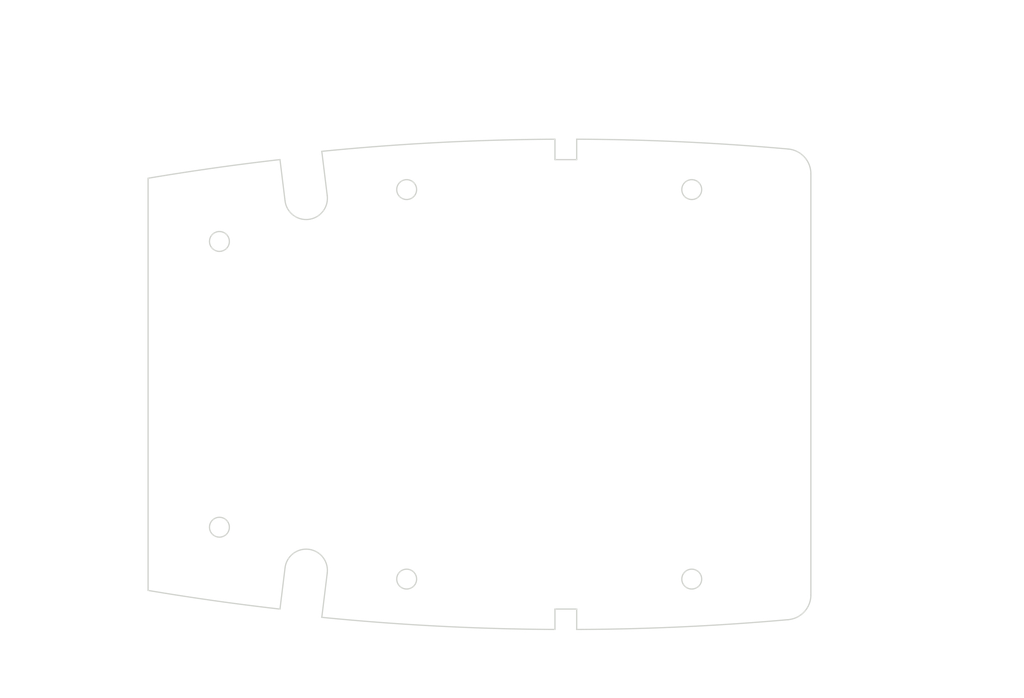
<source format=kicad_pcb>
(kicad_pcb (version 20221018) (generator pcbnew)

  (general
    (thickness 1.6)
  )

  (paper "A4")
  (layers
    (0 "F.Cu" signal)
    (31 "B.Cu" signal)
    (32 "B.Adhes" user "B.Adhesive")
    (33 "F.Adhes" user "F.Adhesive")
    (34 "B.Paste" user)
    (35 "F.Paste" user)
    (36 "B.SilkS" user "B.Silkscreen")
    (37 "F.SilkS" user "F.Silkscreen")
    (38 "B.Mask" user)
    (39 "F.Mask" user)
    (40 "Dwgs.User" user "User.Drawings")
    (41 "Cmts.User" user "User.Comments")
    (42 "Eco1.User" user "User.Eco1")
    (43 "Eco2.User" user "User.Eco2")
    (44 "Edge.Cuts" user)
    (45 "Margin" user)
    (46 "B.CrtYd" user "B.Courtyard")
    (47 "F.CrtYd" user "F.Courtyard")
    (48 "B.Fab" user)
    (49 "F.Fab" user)
  )

  (setup
    (pad_to_mask_clearance 0.051)
    (solder_mask_min_width 0.25)
    (pcbplotparams
      (layerselection 0x00010fc_ffffffff)
      (plot_on_all_layers_selection 0x0000000_00000000)
      (disableapertmacros false)
      (usegerberextensions false)
      (usegerberattributes false)
      (usegerberadvancedattributes false)
      (creategerberjobfile false)
      (dashed_line_dash_ratio 12.000000)
      (dashed_line_gap_ratio 3.000000)
      (svgprecision 4)
      (plotframeref false)
      (viasonmask false)
      (mode 1)
      (useauxorigin false)
      (hpglpennumber 1)
      (hpglpenspeed 20)
      (hpglpendiameter 15.000000)
      (dxfpolygonmode true)
      (dxfimperialunits true)
      (dxfusepcbnewfont true)
      (psnegative false)
      (psa4output false)
      (plotreference true)
      (plotvalue true)
      (plotinvisibletext false)
      (sketchpadsonfab false)
      (subtractmaskfromsilk false)
      (outputformat 1)
      (mirror false)
      (drillshape 1)
      (scaleselection 1)
      (outputdirectory "")
    )
  )

  (net 0 "")

  (gr_line (start 151.158997 64.0241) (end 151.158997 97.610034)
    (stroke (width 0.2) (type solid)) (layer "Dwgs.User") (tstamp 02c7d335-1eab-4447-9d38-2b2cc20e29d6))
  (gr_line (start 129.511888 132.887019) (end 129.261888 132.887019)
    (stroke (width 0.2) (type solid)) (layer "Dwgs.User") (tstamp 03f86722-7d82-47b6-b9e2-131c218acb46))
  (gr_line (start 114.329021 128.06405) (end 122.455751 128.06405)
    (stroke (width 0.2) (type solid)) (layer "Dwgs.User") (tstamp 087daf24-96ef-4fd8-822d-a881846bcdda))
  (gr_line (start 129.011888 132.887019) (end 127.411888 132.887019)
    (stroke (width 0.2) (type solid)) (layer "Dwgs.User") (tstamp 091f9974-fb07-4d9c-b894-df836ce488db))
  (gr_line (start 98.368888 124.530519) (end 76.620365 124.530519)
    (stroke (width 0.2) (type solid)) (layer "Dwgs.User") (tstamp 092287af-a387-4ba5-8680-38bc0b27141a))
  (gr_line (start 99.368888 125.530519) (end 99.368888 149.879522)
    (stroke (width 0.2) (type solid)) (layer "Dwgs.User") (tstamp 0ba4e9e3-5aaf-4bcc-b486-6dbedb83d256))
  (gr_line (start 87.882397 67.312899) (end 87.882397 47.407918)
    (stroke (width 0.2) (type solid)) (layer "Dwgs.User") (tstamp 0e770a19-4cf8-48f4-b223-95f3a9ff6607))
  (gr_line (start 224.177403 137.422651) (end 224.177403 96.453028)
    (stroke (width 0.2) (type solid)) (layer "Dwgs.User") (tstamp 0f241a15-3350-42aa-8b4f-73d73c88ec4e))
  (gr_line (start 130.511888 70.138779) (end 139.445555 70.138779)
    (stroke (width 0.2) (type solid)) (layer "Dwgs.User") (tstamp 10425e11-5b40-4a7c-a9bc-ab55dc708d6d))
  (gr_line (start 157.882397 137.712899) (end 163.144322 137.712899)
    (stroke (width 0.2) (type solid)) (layer "Dwgs.User") (tstamp 1093bab6-5257-4551-a44e-26919652fe32))
  (gr_line (start 153.382397 61.0241) (end 153.382397 55.056557)
    (stroke (width 0.2) (type solid)) (layer "Dwgs.User") (tstamp 11b7bcab-c634-4c5f-9d59-0c3988f04db1))
  (gr_line (start 129.511888 133.887019) (end 129.511888 151.535032)
    (stroke (width 0.2) (type solid)) (layer "Dwgs.User") (tstamp 12712c25-7f38-4899-892f-185453a5b4ed))
  (gr_line (start 175.403876 132.387019) (end 175.403876 130.787019)
    (stroke (width 0.2) (type solid)) (layer "Dwgs.User") (tstamp 12b74954-ffa3-4739-942f-d551e8545f36))
  (gr_line (start 174.903876 70.138779) (end 173.303876 70.138779)
    (stroke (width 0.2) (type solid)) (layer "Dwgs.User") (tstamp 16d17ec5-41be-4317-947c-be12d55edfc1))
  (gr_line (start 99.368888 124.530519) (end 99.368888 124.780519)
    (stroke (width 0.2) (type solid)) (layer "Dwgs.User") (tstamp 198a430b-c097-4b18-a174-b49d50eb33f1))
  (gr_line (start 129.511888 132.887019) (end 129.511888 133.137019)
    (stroke (width 0.2) (type solid)) (layer "Dwgs.User") (tstamp 1c1f9598-060c-429f-961f-19394a3deb73))
  (gr_line (start 127.511888 148.360032) (end 119.056896 148.360032)
    (stroke (width 0.2) (type solid)) (layer "Dwgs.User") (tstamp 1d7b7378-7896-48f0-b525-574f9a16b189))
  (gr_line (start 175.403876 70.138779) (end 175.153876 70.138779)
    (stroke (width 0.2) (type solid)) (layer "Dwgs.User") (tstamp 1e97b322-4745-40d2-b69b-58b100244bd6))
  (gr_line (start 68.782459 70.312899) (end 68.782459 85.571968)
    (stroke (width 0.2) (type solid)) (layer "Dwgs.User") (tstamp 2003abde-2a76-4095-be0b-633e67a29ee2))
  (gr_line (start 99.368888 78.495279) (end 99.368888 78.245279)
    (stroke (width 0.2) (type solid)) (layer "Dwgs.User") (tstamp 22404deb-1312-46a0-be97-8d78f06d3dfa))
  (gr_line (start 129.511888 70.138779) (end 129.511888 70.388779)
    (stroke (width 0.2) (type solid)) (layer "Dwgs.User") (tstamp 25acac98-096b-42a1-94fc-643f094ae4b7))
  (gr_line (start 74.068654 73.540296) (end 74.068654 95.483584)
    (stroke (width 0.2) (type solid)) (layer "Dwgs.User") (tstamp 2931bbf6-ca48-4222-8bd7-875d2f2a5e27))
  (gr_line (start 87.882397 146.704522) (end 84.863047 146.704522)
    (stroke (width 0.2) (type solid)) (layer "Dwgs.User") (tstamp 2a86b7ab-c5ed-4eef-9375-3b07d338148d))
  (gr_line (start 151.382397 58.231557) (end 149.382397 58.231557)
    (stroke (width 0.2) (type solid)) (layer "Dwgs.User") (tstamp 30e5ce7e-0f55-4224-8fb3-261bd643c9cf))
  (gr_line (start 86.882397 68.312899) (end 65.607459 68.312899)
    (stroke (width 0.2) (type solid)) (layer "Dwgs.User") (tstamp 34a05667-5485-459e-b553-90ecb75d4313))
  (gr_line (start 175.403876 133.887019) (end 175.403876 151.535032)
    (stroke (width 0.2) (type solid)) (layer "Dwgs.User") (tstamp 36c1c077-9c34-4413-9808-80ae91b5c13c))
  (gr_line (start 191.938023 63.603147) (end 227.352403 63.603147)
    (stroke (width 0.2) (type solid)) (layer "Dwgs.User") (tstamp 37d0002d-f787-4493-b6c2-fbc785647beb))
  (gr_line (start 89.882397 50.582918) (end 95.977605 50.582918)
    (stroke (width 0.2) (type solid)) (layer "Dwgs.User") (tstamp 3da9d217-d801-4c28-9320-d935da87bd75))
  (gr_line (start 176.403876 70.138779) (end 202.741718 70.138779)
    (stroke (width 0.2) (type solid)) (layer "Dwgs.User") (tstamp 3de758a2-9044-4ee1-8cde-683dd3479f1c))
  (gr_line (start 136.389797 55.599773) (end 136.616701 60.457046)
    (stroke (width 0.2) (type solid)) (layer "Dwgs.User") (tstamp 3ec2e293-facb-4df2-87e8-b6e9263dbe6b))
  (gr_line (start 175.903876 132.887019) (end 177.503876 132.887019)
    (stroke (width 0.2) (type solid)) (layer "Dwgs.User") (tstamp 41112e66-1aa2-4322-81f7-d68436d68c42))
  (gr_line (start 173.403876 148.360032) (end 157.080529 148.360032)
    (stroke (width 0.2) (type solid)) (layer "Dwgs.User") (tstamp 45f55b58-2226-4122-ac80-0efd32b20aab))
  (gr_line (start 114.329021 74.961748) (end 122.455751 74.961748)
    (stroke (width 0.2) (type solid)) (layer "Dwgs.User") (tstamp 4898636b-a07b-4ceb-ac35-98bcf7cc611d))
  (gr_line (start 99.368888 78.495279) (end 99.368888 78.745279)
    (stroke (width 0.2) (type solid)) (layer "Dwgs.User") (tstamp 49e6709a-0812-4b03-bb37-f24daca136a5))
  (gr_line (start 99.368888 78.495279) (end 99.118888 78.495279)
    (stroke (width 0.2) (type solid)) (layer "Dwgs.User") (tstamp 4e4bd093-db75-4e2d-98d7-479495c043a5))
  (gr_line (start 113.329021 70.540296) (end 113.329021 47.407918)
    (stroke (width 0.2) (type solid)) (layer "Dwgs.User") (tstamp 4e7d09de-2863-4501-9c78-2cfdf984f93f))
  (gr_line (start 157.882397 65.312899) (end 163.144322 65.312899)
    (stroke (width 0.2) (type solid)) (layer "Dwgs.User") (tstamp 544c3682-f400-4221-b6de-9c1c8a4a80a1))
  (gr_line (start 175.403876 132.887019) (end 175.153876 132.887019)
    (stroke (width 0.2) (type solid)) (layer "Dwgs.User") (tstamp 5591b9c6-b7c7-436a-9dac-7ed0b8c54f47))
  (gr_line (start 79.795365 122.530519) (end 79.795365 94.919505)
    (stroke (width 0.2) (type solid)) (layer "Dwgs.User") (tstamp 5659f844-c51d-4769-9995-bf5c276c7357))
  (gr_line (start 152.382397 141.001698) (end 147.983997 141.001698)
    (stroke (width 0.2) (type solid)) (layer "Dwgs.User") (tstamp 5c14d32a-f317-4dcc-a2de-23ea96177a28))
  (gr_line (start 134.312311 55.599773) (end 136.389797 55.599773)
    (stroke (width 0.2) (type solid)) (layer "Dwgs.User") (tstamp 608e7524-4462-4abf-be7e-fbe3cb015705))
  (gr_line (start 129.511888 70.138779) (end 129.261888 70.138779)
    (stroke (width 0.2) (type solid)) (layer "Dwgs.User") (tstamp 6244d11d-6c6e-486e-b37d-ebfd1970bf7e))
  (gr_line (start 175.903876 70.138779) (end 177.503876 70.138779)
    (stroke (width 0.2) (type solid)) (layer "Dwgs.User") (tstamp 6918672b-8043-4139-9708-a1f8874e50fe))
  (gr_line (start 97.368888 146.704522) (end 89.882397 146.704522)
    (stroke (width 0.2) (type solid)) (layer "Dwgs.User") (tstamp 694c9d31-46d9-408d-860f-e4c71982f803))
  (gr_line (start 99.368888 125.530519) (end 99.368888 151.535032)
    (stroke (width 0.2) (type solid)) (layer "Dwgs.User") (tstamp 6acd5734-259b-45d6-8060-76ca316131a6))
  (gr_line (start 224.177403 65.603147) (end 224.177403 88.647298)
    (stroke (width 0.2) (type solid)) (layer "Dwgs.User") (tstamp 6af0c30e-69b3-4ba5-9a19-465dbbd5e8ec))
  (gr_line (start 194.582397 66.587307) (end 194.582397 39.851769)
    (stroke (width 0.2) (type solid)) (layer "Dwgs.User") (tstamp 6b6705f5-bd99-449b-8561-09905e9d0c09))
  (gr_line (start 179.779713 55.306836) (end 176.422567 66.685915)
    (stroke (width 0.2) (type solid)) (layer "Dwgs.User") (tstamp 6c1f66ee-0825-4376-b8d0-b68da028d4d4))
  (gr_line (start 199.566718 72.138779) (end 199.566718 97.610034)
    (stroke (width 0.2) (type solid)) (layer "Dwgs.User") (tstamp 6d11c3a6-9bb0-411f-8540-755c40a006bf))
  (gr_line (start 99.368888 124.030519) (end 99.368888 122.430519)
    (stroke (width 0.2) (type solid)) (layer "Dwgs.User") (tstamp 6e4f88df-7ca1-4dcf-b87c-30946561de75))
  (gr_line (start 130.511888 132.887019) (end 139.445555 132.887019)
    (stroke (width 0.2) (type solid)) (layer "Dwgs.User") (tstamp 71e97fe8-4f60-496a-9a4d-e87a6bc6f097))
  (gr_line (start 116.846839 72.115872) (end 118.060552 82.000771)
    (stroke (width 0.2) (type solid)) (layer "Dwgs.User") (tstamp 72fbbbc9-60ae-4f1e-b212-9a80cb7cb1e8))
  (gr_line (start 86.882397 134.712899) (end 65.607459 134.712899)
    (stroke (width 0.2) (type solid)) (layer "Dwgs.User") (tstamp 767725d7-3ec7-4d71-8298-cd07c25d8be7))
  (gr_line (start 176.129077 55.306836) (end 179.779713 55.306836)
    (stroke (width 0.2) (type solid)) (layer "Dwgs.User") (tstamp 771f10fc-285d-4d94-a2f8-edebe48e6073))
  (gr_line (start 79.795365 80.495279) (end 79.795365 87.113775)
    (stroke (width 0.2) (type solid)) (layer "Dwgs.User") (tstamp 77812890-14b2-4e41-b9ff-59039fe7bdd8))
  (gr_line (start 99.868888 78.495279) (end 101.468888 78.495279)
    (stroke (width 0.2) (type solid)) (layer "Dwgs.User") (tstamp 77ba2f08-28c5-4c58-9d09-4f8863187a91))
  (gr_line (start 99.368888 77.995279) (end 99.368888 76.395279)
    (stroke (width 0.2) (type solid)) (layer "Dwgs.User") (tstamp 7abc1fe0-0b7e-44cd-9d99-39102f4d1406))
  (gr_line (start 87.882397 67.312899) (end 87.882397 55.837031)
    (stroke (width 0.2) (type solid)) (layer "Dwgs.User") (tstamp 7b0763ca-bf9b-4522-a099-367c474d94df))
  (gr_line (start 201.401411 145.203167) (end 199.401411 145.203167)
    (stroke (width 0.2) (type solid)) (layer "Dwgs.User") (tstamp 7b438732-2f13-4197-b3db-0e8cae602af1))
  (gr_line (start 175.403876 69.638779) (end 175.403876 68.038779)
    (stroke (width 0.2) (type solid)) (layer "Dwgs.User") (tstamp 7b4a5853-55c9-4ead-b67d-7de330618345))
  (gr_line (start 87.882397 67.312899) (end 87.882397 39.851769)
    (stroke (width 0.2) (type solid)) (layer "Dwgs.User") (tstamp 81242203-f434-432b-ad48-794257f19d48))
  (gr_line (start 112.329021 71.540296) (end 70.893654 71.540296)
    (stroke (width 0.2) (type solid)) (layer "Dwgs.User") (tstamp 81bee463-3474-44fe-b117-f202cb36b3a2))
  (gr_line (start 159.969322 135.712899) (end 159.969322 105.415764)
    (stroke (width 0.2) (type solid)) (layer "Dwgs.User") (tstamp 829cabda-13e8-4a06-9b96-9c2034679959))
  (gr_line (start 87.882397 59.012031) (end 84.863047 59.012031)
    (stroke (width 0.2) (type solid)) (layer "Dwgs.User") (tstamp 8367703c-37ea-463a-a391-8c7f8f278b34))
  (gr_line (start 151.158997 139.001698) (end 151.158997 105.415764)
    (stroke (width 0.2) (type solid)) (layer "Dwgs.User") (tstamp 85d3d6a0-58b8-4dd2-97db-74154d705085))
  (gr_line (start 175.403876 132.887019) (end 175.653876 132.887019)
    (stroke (width 0.2) (type solid)) (layer "Dwgs.User") (tstamp 866279cc-4f50-4a14-980e-875895df3d7f))
  (gr_line (start 176.403876 132.887019) (end 202.741718 132.887019)
    (stroke (width 0.2) (type solid)) (layer "Dwgs.User") (tstamp 8a38d4a7-9bbd-4078-8c89-086120647495))
  (gr_line (start 74.068654 129.485502) (end 74.068654 103.289314)
    (stroke (width 0.2) (type solid)) (layer "Dwgs.User") (tstamp 8dde07fd-132f-4124-9997-023a826a6934))
  (gr_line (start 175.403876 132.887019) (end 175.403876 133.137019)
    (stroke (width 0.2) (type solid)) (layer "Dwgs.User") (tstamp 8e5d3a9f-d787-49d8-bd6d-5ae5f7f7d4db))
  (gr_line (start 174.903876 132.887019) (end 173.303876 132.887019)
    (stroke (width 0.2) (type solid)) (layer "Dwgs.User") (tstamp 8f558d0e-c186-4bd9-a7c8-45e43a697b0a))
  (gr_line (start 129.511888 70.638779) (end 129.511888 72.238779)
    (stroke (width 0.2) (type solid)) (layer "Dwgs.User") (tstamp 8f8da938-9eb0-4c44-8ebc-0c887edf0341))
  (gr_line (start 111.329021 50.582918) (end 105.233813 50.582918)
    (stroke (width 0.2) (type solid)) (layer "Dwgs.User") (tstamp 90aa844b-233c-4354-bb0d-4a88f4e1f7cb))
  (gr_line (start 129.511888 133.387019) (end 129.511888 134.987019)
    (stroke (width 0.2) (type solid)) (layer "Dwgs.User") (tstamp 93d6760d-b4df-4dd4-8af5-8884227a3a59))
  (gr_line (start 87.882397 135.712899) (end 87.882397 149.879522)
    (stroke (width 0.2) (type solid)) (layer "Dwgs.User") (tstamp 93eddc3e-6059-4e92-b418-8c5c6df6b99c))
  (gr_line (start 158.882397 58.231557) (end 160.882397 58.231557)
    (stroke (width 0.2) (type solid)) (layer "Dwgs.User") (tstamp 9627b181-99a2-4894-80e6-390183c5e69b))
  (gr_line (start 136.270555 130.887019) (end 136.270555 105.415764)
    (stroke (width 0.2) (type solid)) (layer "Dwgs.User") (tstamp 963df164-f040-4464-913d-172e64c1f828))
  (gr_line (start 99.868888 124.530519) (end 101.468888 124.530519)
    (stroke (width 0.2) (type solid)) (layer "Dwgs.User") (tstamp 973b35c2-6684-4d7d-b5ca-682dcb59c0ff))
  (gr_line (start 175.403876 133.387019) (end 175.403876 134.987019)
    (stroke (width 0.2) (type solid)) (layer "Dwgs.User") (tstamp 9a0cf96b-6b1c-4846-ba2d-f7a480399ed1))
  (gr_line (start 130.011888 70.138779) (end 131.611888 70.138779)
    (stroke (width 0.2) (type solid)) (layer "Dwgs.User") (tstamp 9a399d89-f5bf-4eac-9a33-a60aea41025c))
  (gr_line (start 129.011888 70.138779) (end 127.411888 70.138779)
    (stroke (width 0.2) (type solid)) (layer "Dwgs.User") (tstamp 9b5382cf-8e5c-4abb-bcb3-83a7c4990544))
  (gr_line (start 110.881719 79.683377) (end 108.896626 79.927116)
    (stroke (width 0.2) (type solid)) (layer "Dwgs.User") (tstamp 9ea49520-b306-4d1f-b4ea-8f5c2ac5a723))
  (gr_line (start 131.511888 148.360032) (end 147.835235 148.360032)
    (stroke (width 0.2) (type solid)) (layer "Dwgs.User") (tstamp a02e4e28-954c-4703-b7ef-05ff0e29f82e))
  (gr_line (start 159.969322 67.312899) (end 159.969322 97.610034)
    (stroke (width 0.2) (type solid)) (layer "Dwgs.User") (tstamp a696d87a-7710-4d44-ba6a-f89959292626))
  (gr_line (start 119.280751 76.961748) (end 119.280751 97.609352)
    (stroke (width 0.2) (type solid)) (layer "Dwgs.User") (tstamp a7f760e0-c25c-4248-8cdc-370590ebd0d6))
  (gr_line (start 152.382397 62.0241) (end 147.983997 62.0241)
    (stroke (width 0.2) (type solid)) (layer "Dwgs.User") (tstamp a94c9ee5-1dac-413c-8905-c13d806085e6))
  (gr_line (start 129.511888 132.887019) (end 129.761888 132.887019)
    (stroke (width 0.2) (type solid)) (layer "Dwgs.User") (tstamp ace52b8f-cf34-4d75-a941-1189dfbfa8fc))
  (gr_line (start 98.868888 124.530519) (end 97.268888 124.530519)
    (stroke (width 0.2) (type solid)) (layer "Dwgs.User") (tstamp ad0f333a-4ef8-45a4-b4ce-fb3b9af39fde))
  (gr_line (start 175.403876 70.138779) (end 175.403876 69.888779)
    (stroke (width 0.2) (type solid)) (layer "Dwgs.User") (tstamp af55b676-27c1-41d8-a9da-ca4726200e6c))
  (gr_line (start 175.403876 70.138779) (end 175.653876 70.138779)
    (stroke (width 0.2) (type solid)) (layer "Dwgs.User") (tstamp b1e7593c-401b-4c7e-84bb-9c03dd9f979a))
  (gr_line (start 192.582397 43.026769) (end 146.626531 43.026769)
    (stroke (width 0.2) (type solid)) (layer "Dwgs.User") (tstamp b2c27443-a708-40f6-bd58-72f80b49c38f))
  (gr_line (start 98.868888 78.495279) (end 97.268888 78.495279)
    (stroke (width 0.2) (type solid)) (layer "Dwgs.User") (tstamp b6a59e49-3925-4f8e-b692-51fe14b16060))
  (gr_line (start 99.368888 125.030519) (end 99.368888 126.630519)
    (stroke (width 0.2) (type solid)) (layer "Dwgs.User") (tstamp b9ad0a2b-ceb0-4d9b-ad58-34f1ebc1ab59))
  (gr_line (start 175.403876 132.887019) (end 175.403876 132.637019)
    (stroke (width 0.2) (type solid)) (layer "Dwgs.User") (tstamp bc1f9f4d-4ece-4c25-b988-741bdf00f2b4))
  (gr_line (start 115.688525 79.093176) (end 112.866811 79.439639)
    (stroke (width 0.2) (type solid)) (layer "Dwgs.User") (tstamp c319bdec-3694-42f6-be75-ccf03c90149f))
  (gr_line (start 175.313876 70.138779) (end 175.493876 70.138779)
    (stroke (width 0.2) (type solid)) (layer "Dwgs.User") (tstamp c4499e61-c183-4964-820e-ccfa8579577a))
  (gr_line (start 156.882397 61.021974) (end 156.882397 55.056557)
    (stroke (width 0.2) (type solid)) (layer "Dwgs.User") (tstamp c70b0102-603f-4e31-87d2-e072dfcaf82d))
  (gr_line (start 97.368888 59.012031) (end 89.882397 59.012031)
    (stroke (width 0.2) (type solid)) (layer "Dwgs.User") (tstamp c83fd799-1ccd-4240-a256-e4e0f3361883))
  (gr_line (start 99.368888 78.495279) (end 99.618888 78.495279)
    (stroke (width 0.2) (type solid)) (layer "Dwgs.User") (tstamp cbd87bcf-4dd2-4c77-8663-dc5e943563ae))
  (gr_line (start 119.280751 126.06405) (end 119.280751 105.416446)
    (stroke (width 0.2) (type solid)) (layer "Dwgs.User") (tstamp cc445eaf-72a9-4145-b089-1564558c14e8))
  (gr_line (start 129.511888 132.887019) (end 129.511888 132.637019)
    (stroke (width 0.2) (type solid)) (layer "Dwgs.User") (tstamp cf65c620-9cbb-463d-863d-c244c2da9e33))
  (gr_line (start 89.882397 43.026769) (end 135.838263 43.026769)
    (stroke (width 0.2) (type solid)) (layer "Dwgs.User") (tstamp d04ffa44-c0c6-4946-9bfc-358bc13d981a))
  (gr_line (start 175.403876 70.638779) (end 175.403876 72.238779)
    (stroke (width 0.2) (type solid)) (layer "Dwgs.User") (tstamp d2fe634f-854a-4e87-a092-5e1b2565508b))
  (gr_line (start 191.938023 139.422651) (end 227.352403 139.422651)
    (stroke (width 0.2) (type solid)) (layer "Dwgs.User") (tstamp d395d66c-520a-4e28-a5e0-18857489f3ab))
  (gr_line (start 99.368888 78.995279) (end 99.368888 80.595279)
    (stroke (width 0.2) (type solid)) (layer "Dwgs.User") (tstamp d464c9a7-e3f7-49f5-95d5-200db9683b4d))
  (gr_line (start 175.403876 70.138779) (end 175.403876 70.388779)
    (stroke (width 0.2) (type solid)) (layer "Dwgs.User") (tstamp d5f8005f-7bad-42d3-be14-dc18bd68d7d1))
  (gr_line (start 175.403876 70.228779) (end 175.403876 70.048779)
    (stroke (width 0.2) (type solid)) (layer "Dwgs.User") (tstamp d61fb704-83a2-4f5d-b6a8-66a25dce9a3e))
  (gr_line (start 130.011888 132.887019) (end 131.611888 132.887019)
    (stroke (width 0.2) (type solid)) (layer "Dwgs.User") (tstamp d95ca9d0-009f-41d3-8b68-8f51a413345f))
  (gr_line (start 112.329021 131.485502) (end 70.893654 131.485502)
    (stroke (width 0.2) (type solid)) (layer "Dwgs.User") (tstamp da3da255-db9f-4628-a8e1-dd8dab3ac76b))
  (gr_line (start 98.368888 78.495279) (end 76.620365 78.495279)
    (stroke (width 0.2) (type solid)) (layer "Dwgs.User") (tstamp dc3f9c19-5848-43ea-b774-57bb533e2e12))
  (gr_line (start 199.401411 145.203167) (end 194.603941 139.891264)
    (stroke (width 0.2) (type solid)) (layer "Dwgs.User") (tstamp dfb32ef1-eec6-41a3-8586-f50c3d95cb9c))
  (gr_line (start 99.368888 124.530519) (end 99.368888 124.280519)
    (stroke (width 0.2) (type solid)) (layer "Dwgs.User") (tstamp e11bfbcc-617f-487b-ad0c-be527fcb3df7))
  (gr_line (start 99.368888 124.530519) (end 99.118888 124.530519)
    (stroke (width 0.2) (type solid)) (layer "Dwgs.User") (tstamp e53a7a3b-996c-4ca6-9c9a-7a3e8b3cdc33))
  (gr_line (start 199.566718 130.887019) (end 199.566718 105.415764)
    (stroke (width 0.2) (type solid)) (layer "Dwgs.User") (tstamp e5a9f410-509c-4f0a-a2df-c827e88f8930))
  (gr_line (start 129.511888 132.387019) (end 129.511888 130.787019)
    (stroke (width 0.2) (type solid)) (layer "Dwgs.User") (tstamp e67117c4-5884-4064-af77-7c36a678771e))
  (gr_line (start 129.511888 70.138779) (end 129.761888 70.138779)
    (stroke (width 0.2) (type solid)) (layer "Dwgs.User") (tstamp e828e749-0aad-4059-8ef3-7b3b1f809186))
  (gr_line (start 99.368888 77.495279) (end 99.368888 55.837031)
    (stroke (width 0.2) (type solid)) (layer "Dwgs.User") (tstamp ee1b7034-ee61-412f-b7f7-c861527aa872))
  (gr_line (start 129.511888 133.887019) (end 129.511888 151.535032)
    (stroke (width 0.2) (type solid)) (layer "Dwgs.User") (tstamp f1be88ad-03d2-48f6-912a-b8ee75b4cb14))
  (gr_line (start 68.782459 132.712899) (end 68.782459 93.377698)
    (stroke (width 0.2) (type solid)) (layer "Dwgs.User") (tstamp f30c9a2c-ec34-4541-aefd-1815fd9ba230))
  (gr_line (start 129.511888 70.138779) (end 129.511888 69.888779)
    (stroke (width 0.2) (type solid)) (layer "Dwgs.User") (tstamp f33d9f32-fd81-4b78-ae44-7293ceeddaba))
  (gr_line (start 110.054941 72.949812) (end 111.268654 82.834712)
    (stroke (width 0.2) (type solid)) (layer "Dwgs.User") (tstamp f6e410a2-223f-4a95-99e2-98efc9641068))
  (gr_line (start 101.368888 148.360032) (end 109.823881 148.360032)
    (stroke (width 0.2) (type solid)) (layer "Dwgs.User") (tstamp f911c6fb-ef06-4820-99fb-cde15869a0e6))
  (gr_line (start 99.368888 124.530519) (end 99.618888 124.530519)
    (stroke (width 0.2) (type solid)) (layer "Dwgs.User") (tstamp fab5154a-e703-4fbd-a68a-772e4f19e2dd))
  (gr_line (start 136.270555 72.138779) (end 136.270555 97.610034)
    (stroke (width 0.2) (type solid)) (layer "Dwgs.User") (tstamp ff4d36e6-dbbf-4417-bef2-60845b684bf6))
  (gr_line (start 129.511888 69.638779) (end 129.511888 68.038779)
    (stroke (width 0.2) (type solid)) (layer "Dwgs.User") (tstamp ffb5341c-04b2-422c-8e7d-b1d380dab2da))
  (gr_arc (start 109.116547 137.718591) (mid 98.479325 136.358078) (end 87.882397 134.712899)
    (stroke (width 0.2) (type solid)) (layer "Edge.Cuts") (tstamp 0ae4e02f-2529-43e5-9558-6a6a0109ccc9))
  (gr_line (start 156.882397 137.712899) (end 153.382397 137.712899)
    (stroke (width 0.2) (type solid)) (layer "Edge.Cuts") (tstamp 19755392-ddf5-42f6-aa9d-8974c4c96140))
  (gr_line (start 153.382397 65.312899) (end 153.382397 62.0241)
    (stroke (width 0.2) (type solid)) (layer "Edge.Cuts") (tstamp 1f547273-4e05-414b-832b-b60e484bfa37))
  (gr_arc (start 194.582397 135.438491) (mid 193.53388 138.138259) (end 190.938023 139.422651)
    (stroke (width 0.2) (type solid)) (layer "Edge.Cuts") (tstamp 20e08fe6-c748-44c7-bedf-a9c9c24814ea))
  (gr_line (start 87.882397 68.312899) (end 87.882397 134.712899)
    (stroke (width 0.2) (type solid)) (layer "Edge.Cuts") (tstamp 25e45228-cb4f-446e-998a-7f1badfdf54e))
  (gr_circle (center 129.511888 70.138779) (end 131.111888 70.138779)
    (stroke (width 0.2) (type solid)) (fill none) (layer "Edge.Cuts") (tstamp 35035c5f-7327-43a7-bddb-7225c770022f))
  (gr_arc (start 115.847511 63.976993) (mid 134.592004 62.559436) (end 153.382397 62.0241)
    (stroke (width 0.2) (type solid)) (layer "Edge.Cuts") (tstamp 359299fb-3516-408c-8b9f-f959e5fb2bbc))
  (gr_arc (start 190.938023 139.422651) (mid 173.927063 140.576226) (end 156.882397 141.003824)
    (stroke (width 0.2) (type solid)) (layer "Edge.Cuts") (tstamp 3a7d40ee-6d14-44c9-abe6-6ca2eba9980e))
  (gr_circle (center 129.511888 132.887019) (end 131.111888 132.887019)
    (stroke (width 0.2) (type solid)) (fill none) (layer "Edge.Cuts") (tstamp 3ac34a0d-701c-46b8-8237-cbde66165764))
  (gr_line (start 194.582397 135.438491) (end 194.582397 67.587307)
    (stroke (width 0.2) (type solid)) (layer "Edge.Cuts") (tstamp 3f1a1164-f108-472d-a221-df05705335cb))
  (gr_arc (start 116.724971 71.123326) (mid 113.745991 74.936246) (end 109.933071 71.957266)
    (stroke (width 0.2) (type solid)) (layer "Edge.Cuts") (tstamp 4e6f83f4-2775-4516-b622-dd22e652913d))
  (gr_arc (start 156.882397 62.021974) (mid 173.927063 62.449572) (end 190.938023 63.603147)
    (stroke (width 0.2) (type solid)) (layer "Edge.Cuts") (tstamp 5339fb3a-889f-4dbf-9239-a7e80f826fea))
  (gr_circle (center 175.403876 70.138779) (end 177.003876 70.138779)
    (stroke (width 0.2) (type solid)) (fill none) (layer "Edge.Cuts") (tstamp 5d79999a-af15-4608-b423-63e61c87f83e))
  (gr_line (start 156.882397 141.003824) (end 156.882397 137.712899)
    (stroke (width 0.2) (type solid)) (layer "Edge.Cuts") (tstamp 645efd70-9bff-4277-bbf8-a98616ff28b6))
  (gr_line (start 153.382397 137.712899) (end 153.382397 141.001698)
    (stroke (width 0.2) (type solid)) (layer "Edge.Cuts") (tstamp 6db2696a-82e1-4654-9c0e-9b710312dd66))
  (gr_arc (start 190.938023 63.603147) (mid 193.53388 64.887539) (end 194.582397 67.587307)
    (stroke (width 0.2) (type solid)) (layer "Edge.Cuts") (tstamp 8427d405-c7b5-452c-b348-396ccfb1f160))
  (gr_circle (center 99.368888 124.530519) (end 100.968888 124.530519)
    (stroke (width 0.2) (type solid)) (fill none) (layer "Edge.Cuts") (tstamp 8bec76cb-ccfa-4da8-b798-3e42c8f95a17))
  (gr_line (start 156.882397 65.312899) (end 153.382397 65.312899)
    (stroke (width 0.2) (type solid)) (layer "Edge.Cuts") (tstamp 8e5364ca-9c26-4256-91d6-045344f1b5db))
  (gr_line (start 115.847511 139.048805) (end 116.72497 131.902472)
    (stroke (width 0.2) (type solid)) (layer "Edge.Cuts") (tstamp 947c0915-6d38-4c22-8cf3-c3510169e761))
  (gr_line (start 109.933071 131.068532) (end 109.116547 137.718591)
    (stroke (width 0.2) (type solid)) (layer "Edge.Cuts") (tstamp 98011db1-c5b1-4fd9-82d0-4ab38be6e4f6))
  (gr_line (start 156.882397 62.021974) (end 156.882397 65.312899)
    (stroke (width 0.2) (type solid)) (layer "Edge.Cuts") (tstamp a8ebe97d-e8c8-4463-bd24-7714fbf149a8))
  (gr_circle (center 99.368888 78.495279) (end 100.968888 78.495279)
    (stroke (width 0.2) (type solid)) (fill none) (layer "Edge.Cuts") (tstamp b17d1f98-8a38-4e92-9de5-0518fa46b059))
  (gr_arc (start 153.382397 141.001698) (mid 134.592004 140.466362) (end 115.847511 139.048805)
    (stroke (width 0.2) (type solid)) (layer "Edge.Cuts") (tstamp b493b4d7-8b1c-4256-89f5-e6a70efdf498))
  (gr_line (start 109.933071 71.957266) (end 109.116547 65.307207)
    (stroke (width 0.2) (type solid)) (layer "Edge.Cuts") (tstamp b5df85e7-5af9-4776-bc43-503204252081))
  (gr_arc (start 109.933072 131.068532) (mid 113.745991 128.089553) (end 116.72497 131.902472)
    (stroke (width 0.2) (type solid)) (layer "Edge.Cuts") (tstamp b69f8393-f0bc-4a7d-bb4b-acd04641c279))
  (gr_line (start 115.847511 63.976993) (end 116.72497 71.123325)
    (stroke (width 0.2) (type solid)) (layer "Edge.Cuts") (tstamp b6c873a2-d75a-4397-a9c3-41212c9a4f19))
  (gr_arc (start 87.882397 68.312899) (mid 98.479325 66.66772) (end 109.116547 65.307207)
    (stroke (width 0.2) (type solid)) (layer "Edge.Cuts") (tstamp d89b219f-f55f-4e75-9606-0a6e4cfa97ce))
  (gr_circle (center 175.403876 132.887019) (end 177.003876 132.887019)
    (stroke (width 0.2) (type solid)) (fill none) (layer "Edge.Cuts") (tstamp dcae702a-f09e-46e8-8492-5183bf286c91))
  (gr_text " 6.84" (at 105.057063 78.10597) (layer "Dwgs.User") (tstamp 01d05abc-3908-4340-b0ef-2e66f750de4d)
    (effects (font (size 2 1.8) (thickness 0.25)))
  )
  (gr_text "[3.11]" (at 151.158997 103.594618) (layer "Dwgs.User") (tstamp 0c29afc1-c889-4beb-8556-d55f331908a7)
    (effects (font (size 2 1.8) (thickness 0.25)))
  )
  (gr_text " R400.00" (at 127.909309 53.778627) (layer "Dwgs.User") (tstamp 162f2318-f781-4d48-a62d-5215b86664c3)
    (effects (font (size 2 1.8) (thickness 0.25)))
  )
  (gr_text " 45.89" (at 152.457882 146.538886) (layer "Dwgs.User") (tstamp 17f079a4-27f4-49cb-89d0-3638e9d52f86)
    (effects (font (size 2 1.8) (thickness 0.25)))
  )
  (gr_text " 59.95" (at 74.068654 97.565303) (layer "Dwgs.User") (tstamp 1e5f51d1-2f96-4daa-83c4-144a01c0087d)
    (effects (font (size 2 1.8) (thickness 0.25)))
  )
  (gr_text "[.45]" (at 80.2404 148.782148) (layer "Dwgs.User") (tstamp 2140e946-491e-457c-902b-ac70fcc4fd97)
    (effects (font (size 2 1.8) (thickness 0.25)))
  )
  (gr_text "[.45]" (at 80.2404 61.089657) (layer "Dwgs.User") (tstamp 31617909-7540-40c2-8797-95b3b7b6a55b)
    (effects (font (size 2 1.8) (thickness 0.25)))
  )
  (gr_text "[4.20]" (at 141.232397 45.108488) (layer "Dwgs.User") (tstamp 4050ebb9-1677-4fa3-8d51-bab5717ad9cf)
    (effects (font (size 2 1.8) (thickness 0.25)))
  )
  (gr_text "[2.61]" (at 68.782459 91.556552) (layer "Dwgs.User") (tstamp 4064b745-020c-4efa-8052-73e0c3a2feea)
    (effects (font (size 2 1.8) (thickness 0.25)))
  )
  (gr_text " 66.40" (at 68.782459 87.653687) (layer "Dwgs.User") (tstamp 425a5929-6798-483d-83a1-d9fb89abfb22)
    (effects (font (size 2 1.8) (thickness 0.25)))
  )
  (gr_text "[1.19]" (at 114.440388 150.441751) (layer "Dwgs.User") (tstamp 43826d81-0ef6-4e4b-9c9e-ebd93d7b452b)
    (effects (font (size 2 1.8) (thickness 0.25)))
  )
  (gr_text "[2.09]" (at 119.280751 103.594618) (layer "Dwgs.User") (tstamp 43a78729-165d-40a8-9900-6cb3b9290d33)
    (effects (font (size 2 1.8) (thickness 0.25)))
  )
  (gr_text " 72.40" (at 159.969322 99.691753) (layer "Dwgs.User") (tstamp 4f1e9750-6ec8-4233-baa3-2218aed4d2ea)
    (effects (font (size 2 1.8) (thickness 0.25)))
  )
  (gr_text "[2.36]" (at 74.068654 101.468168) (layer "Dwgs.User") (tstamp 4f2bb412-5e74-4606-927c-df24560c8653)
    (effects (font (size 2 1.8) (thickness 0.25)))
  )
  (gr_text " 75.82" (at 224.177403 90.729017) (layer "Dwgs.User") (tstamp 4fba8c60-a942-428c-868e-ca5b47bba330)
    (effects (font (size 2 1.8) (thickness 0.25)))
  )
  (gr_text " 78.98" (at 151.158997 99.691753) (layer "Dwgs.User") (tstamp 5188c9f5-d0fb-4966-a1b1-a7972068d2cd)
    (effects (font (size 2 1.8) (thickness 0.25)))
  )
  (gr_text " 46.04" (at 79.795365 89.195494) (layer "Dwgs.User") (tstamp 5ad99352-1506-4f8b-beb7-866d0b16c7ba)
    (effects (font (size 2 1.8) (thickness 0.25)))
  )
  (gr_text " 3.50" (at 164.722643 56.409729) (layer "Dwgs.User") (tstamp 5bdc6bfc-256b-47d0-b52f-6595d5e67a54)
    (effects (font (size 2 1.8) (thickness 0.25)))
  )
  (gr_text " R4.00" (at 206.519965 143.382021) (layer "Dwgs.User") (tstamp 68cbeda3-2a97-42f3-ad1c-4dab0a91b3de)
    (effects (font (size 2 1.8) (thickness 0.25)))
  )
  (gr_text " 25.45" (at 100.605709 48.761772) (layer "Dwgs.User") (tstamp 6c73f04f-62a4-4440-a6c8-727f3c085ce8)
    (effects (font (size 2 1.8) (thickness 0.25)))
  )
  (gr_text " 62.75" (at 199.566718 99.691753) (layer "Dwgs.User") (tstamp 6cb8e261-2624-443a-84c3-fafa3746e38b)
    (effects (font (size 2 1.8) (thickness 0.25)))
  )
  (gr_text "[2.47]" (at 136.270555 103.594618) (layer "Dwgs.User") (tstamp 85b73bb8-251a-4571-a3b2-9901b3e9a711)
    (effects (font (size 2 1.8) (thickness 0.25)))
  )
  (gr_text "[R15.75]" (at 127.909309 57.681492) (layer "Dwgs.User") (tstamp 8a5d3732-8c08-4617-8ad9-08debf5972fb)
    (effects (font (size 2 1.8) (thickness 0.25)))
  )
  (gr_text " 106.70" (at 141.232397 41.205623) (layer "Dwgs.User") (tstamp 91d9ef58-6a12-4b4e-832c-c1baa5228723)
    (effects (font (size 2 1.8) (thickness 0.25)))
  )
  (gr_text " 53.10" (at 119.280751 99.691071) (layer "Dwgs.User") (tstamp 9708b2f2-cd23-4b6e-8ec1-a59676057a11)
    (effects (font (size 2 1.8) (thickness 0.25)))
  )
  (gr_text " 62.75" (at 136.270555 99.691753) (layer "Dwgs.User") (tstamp 9f7be882-c787-4205-b9bf-e0ad6a4fcfeb)
    (effects (font (size 2 1.8) (thickness 0.25)))
  )
  (gr_text "[.14]" (at 164.722643 60.313276) (layer "Dwgs.User") (tstamp 9feff228-01eb-4236-8a39-65ee9132c5fd)
    (effects (font (size 2 1.8) (thickness 0.25)))
  )
  (gr_text "[.27]" (at 105.057063 82.008835) (layer "Dwgs.User") (tstamp a244a72a-7ba9-4550-8869-5a3b7287a910)
    (effects (font (size 2 1.8) (thickness 0.25)))
  )
  (gr_text "[2.85]" (at 159.969322 103.594618) (layer "Dwgs.User") (tstamp a4d0c623-1db9-45f9-ac8e-b8fdfc067a18)
    (effects (font (size 2 1.8) (thickness 0.25)))
  )
  (gr_text "[R0.16]" (at 206.519965 147.284886) (layer "Dwgs.User") (tstamp a8383128-6bcf-4409-8744-a58b533af0e5)
    (effects (font (size 2 1.8) (thickness 0.25)))
  )
  (gr_text "[2.47]" (at 199.566718 103.594618) (layer "Dwgs.User") (tstamp aad72a1a-4d35-4e7b-8388-3e10acc5d2d3)
    (effects (font (size 2 1.8) (thickness 0.25)))
  )
  (gr_text "6 X ∅3.20\n[∅0.13]" (at 176.276 51.308) (layer "Dwgs.User") (tstamp b094c2b2-0dca-4ad1-bcb8-3654c3e2dbb5)
    (effects (font (size 2 1.8) (thickness 0.25)))
  )
  (gr_text "[2.99]" (at 224.177403 94.631882) (layer "Dwgs.User") (tstamp b37fcce3-1cfc-47df-8ad7-5053ba89aa87)
    (effects (font (size 2 1.8) (thickness 0.25)))
  )
  (gr_text " 11.49" (at 80.2404 57.190885) (layer "Dwgs.User") (tstamp b79efce9-11a7-44fe-b563-485b109f175a)
    (effects (font (size 2 1.8) (thickness 0.25)))
  )
  (gr_text " 11.49" (at 80.2404 144.883376) (layer "Dwgs.User") (tstamp c060497c-b8fd-4464-8a4f-2c910e4cb635)
    (effects (font (size 2 1.8) (thickness 0.25)))
  )
  (gr_text " 30.14" (at 114.440388 146.538204) (layer "Dwgs.User") (tstamp d2e1f9ad-59b5-490c-84a1-aa6c9b0f3314)
    (effects (font (size 2 1.8) (thickness 0.25)))
  )
  (gr_text "[1.81]" (at 152.457882 150.441751) (layer "Dwgs.User") (tstamp f10dd8db-612d-4cf9-963c-e394543c049a)
    (effects (font (size 2 1.8) (thickness 0.25)))
  )
  (gr_text "[1.81]" (at 79.795365 93.098359) (layer "Dwgs.User") (tstamp f27b8efa-57f2-401d-8b27-b0641052c76c)
    (effects (font (size 2 1.8) (thickness 0.25)))
  )
  (gr_text "[1.00]" (at 100.605709 52.664637) (layer "Dwgs.User") (tstamp fb7d54a2-f872-4e50-bbad-d7ea61b77833)
    (effects (font (size 2 1.8) (thickness 0.25)))
  )

)

</source>
